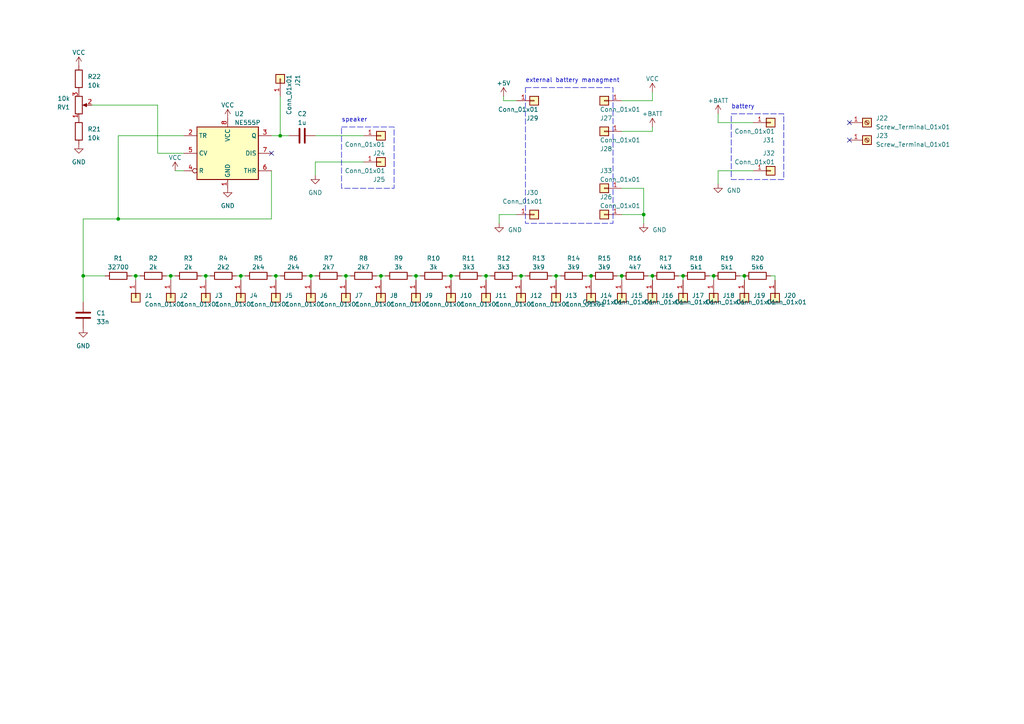
<source format=kicad_sch>
(kicad_sch (version 20230121) (generator eeschema)
  (paper "A4")
  (lib_symbols
    (symbol "Connector:Screw_Terminal_01x01" (pin_names (offset 1.016) hide)
      (property "Reference" "J" (at 0 2.54 0))
      (property "Value" "Screw_Terminal_01x01" (at 0 -2.54 0))
      (symbol "Screw_Terminal_01x01_1_1"
        (rectangle (start -1.27 1.27) (end 1.27 -1.27) (stroke (width 0.254)) (fill (type background)))
        (polyline (pts (xy -0.5334 0.3302) (xy 0.3302 -0.508)) (stroke (width 0.1524)))
        (polyline (pts (xy -0.3556 0.508) (xy 0.508 -0.3302)) (stroke (width 0.1524)))
        (circle (center 0 0) (radius 0.635) (stroke (width 0.1524)))
        (pin passive line (at -5.08 0 0) (length 3.81) (name "Pin_1") (number "1"))
      )
    )
    (symbol "Connector_Generic:Conn_01x01" (pin_names (offset 1.016) hide)
      (property "Reference" "J" (at 0 2.54 0))
      (property "Value" "Conn_01x01" (at 0 -2.54 0))
      (symbol "Conn_01x01_1_1"
        (rectangle (start -1.27 0.127) (end 0 -0.127) (stroke (width 0.1524)))
        (rectangle (start -1.27 1.27) (end 1.27 -1.27) (stroke (width 0.254)) (fill (type background)))
        (pin passive line (at -5.08 0 0) (length 3.81) (name "Pin_1") (number "1"))
      )
    )
    (symbol "Device:C" (pin_numbers hide) (pin_names (offset 0.254))
      (property "Reference" "C" (at 0.635 2.54 0))
      (property "Value" "C" (at 0.635 -2.54 0))
      (symbol "C_0_1"
        (polyline (pts (xy -2.032 -0.762) (xy 2.032 -0.762)) (stroke (width 0.508)))
        (polyline (pts (xy -2.032 0.762) (xy 2.032 0.762)) (stroke (width 0.508)))
      )
      (symbol "C_1_1"
        (pin passive line (at 0 3.81 270) (length 2.794) (name "~") (number "1"))
        (pin passive line (at 0 -3.81 90) (length 2.794) (name "~") (number "2"))
      )
    )
    (symbol "Device:R" (pin_numbers hide) (pin_names (offset 0))
      (property "Reference" "R" (at 2.032 0 90))
      (property "Value" "R" (at 0 0 90))
      (symbol "R_0_1"
        (rectangle (start -1.016 -2.54) (end 1.016 2.54) (stroke (width 0.254)))
      )
      (symbol "R_1_1"
        (pin passive line (at 0 3.81 270) (length 1.27) (name "~") (number "1"))
        (pin passive line (at 0 -3.81 90) (length 1.27) (name "~") (number "2"))
      )
    )
    (symbol "Device:R_Potentiometer" (pin_names (offset 1.016) hide)
      (property "Reference" "RV" (at -4.445 0 90))
      (property "Value" "R_Potentiometer" (at -2.54 0 90))
      (symbol "R_Potentiometer_0_1"
        (polyline (pts (xy 2.54 0) (xy 1.524 0)))
        (polyline (pts (xy 1.143 0) (xy 2.286 0.508) (xy 2.286 -0.508) (xy 1.143 0)) (fill (type outline)))
        (rectangle (start 1.016 2.54) (end -1.016 -2.54) (stroke (width 0.254)))
      )
      (symbol "R_Potentiometer_1_1"
        (pin passive line (at 0 3.81 270) (length 1.27) (name "1") (number "1"))
        (pin passive line (at 3.81 0 180) (length 1.27) (name "2") (number "2"))
        (pin passive line (at 0 -3.81 90) (length 1.27) (name "3") (number "3"))
      )
    )
    (symbol "Timer:NE555P"
      (property "Reference" "U" (at -10.16 8.89 0))
      (property "Value" "NE555P" (at 2.54 8.89 0))
      (symbol "NE555P_0_0"
        (pin power_in line (at 0 -10.16 90) (length 2.54) (name "GND") (number "1"))
        (pin power_in line (at 0 10.16 270) (length 2.54) (name "VCC") (number "8"))
      )
      (symbol "NE555P_0_1"
        (rectangle (start -8.89 -7.62) (end 8.89 7.62) (stroke (width 0.254)) (fill (type background)))
        (rectangle (start -8.89 -7.62) (end 8.89 7.62) (stroke (width 0.254)) (fill (type background)))
      )
      (symbol "NE555P_1_1"
        (pin input line (at -12.7 5.08 0) (length 3.81) (name "TR") (number "2"))
        (pin output line (at 12.7 5.08 180) (length 3.81) (name "Q") (number "3"))
        (pin input inverted (at -12.7 -5.08 0) (length 3.81) (name "R") (number "4"))
        (pin input line (at -12.7 0 0) (length 3.81) (name "CV") (number "5"))
        (pin input line (at 12.7 -5.08 180) (length 3.81) (name "THR") (number "6"))
        (pin input line (at 12.7 0 180) (length 3.81) (name "DIS") (number "7"))
      )
    )
    (symbol "power:+5V" (power) (pin_names (offset 0))
      (property "Value" "+5V" (at 0 3.556 0))
      (symbol "+5V_0_1"
        (polyline (pts (xy -0.762 1.27) (xy 0 2.54)))
        (polyline (pts (xy 0 0) (xy 0 2.54)))
        (polyline (pts (xy 0 2.54) (xy 0.762 1.27)))
      )
      (symbol "+5V_1_1"
        (pin power_in line (at 0 0 90) (length 0) hide (name "+5V") (number "1"))
      )
    )
    (symbol "power:+BATT" (power) (pin_names (offset 0))
      (property "Value" "+BATT" (at 0 3.556 0))
      (symbol "+BATT_0_1"
        (polyline (pts (xy -0.762 1.27) (xy 0 2.54)))
        (polyline (pts (xy 0 0) (xy 0 2.54)))
        (polyline (pts (xy 0 2.54) (xy 0.762 1.27)))
      )
      (symbol "+BATT_1_1"
        (pin power_in line (at 0 0 90) (length 0) hide (name "+BATT") (number "1"))
      )
    )
    (symbol "power:GND" (power) (pin_names (offset 0))
      (property "Value" "GND" (at 0 -3.81 0))
      (symbol "GND_0_1"
        (polyline (pts (xy 0 0) (xy 0 -1.27) (xy 1.27 -1.27) (xy 0 -2.54) (xy -1.27 -1.27) (xy 0 -1.27)))
      )
      (symbol "GND_1_1"
        (pin power_in line (at 0 0 270) (length 0) hide (name "GND") (number "1"))
      )
    )
    (symbol "power:VCC" (power) (pin_names (offset 0))
      (property "Value" "VCC" (at 0 3.81 0))
      (symbol "VCC_0_1"
        (polyline (pts (xy -0.762 1.27) (xy 0 2.54)))
        (polyline (pts (xy 0 0) (xy 0 2.54)))
        (polyline (pts (xy 0 2.54) (xy 0.762 1.27)))
      )
      (symbol "VCC_1_1"
        (pin power_in line (at 0 0 90) (length 0) hide (name "VCC") (number "1"))
      )
    )
  )
  (junction (at 80.01 80.01))
  (junction (at 49.53 80.01))
  (junction (at 39.37 80.01))
  (junction (at 180.34 80.01))
  (junction (at 59.69 80.01))
  (junction (at 130.81 80.01))
  (junction (at 151.13 80.01))
  (junction (at 161.29 80.01))
  (junction (at 207.01 80.01))
  (junction (at 100.33 80.01))
  (junction (at 34.29 63.5))
  (junction (at 90.17 80.01))
  (junction (at 215.9 80.01))
  (junction (at 120.65 80.01))
  (junction (at 171.45 80.01))
  (junction (at 81.28 39.37))
  (junction (at 189.23 80.01))
  (junction (at 140.97 80.01))
  (junction (at 186.69 62.23))
  (junction (at 198.12 80.01))
  (junction (at 69.85 80.01))
  (junction (at 110.49 80.01))
  (junction (at 24.13 80.01))
  (no_connect (at 78.74 44.45))
  (no_connect (at 246.38 40.64))
  (no_connect (at 246.38 35.56))
  (wire (pts (xy 80.01 80.01) (xy 80.01 81.28)))
  (wire (pts (xy 149.86 80.01) (xy 151.13 80.01)))
  (wire (pts (xy 208.28 35.56) (xy 218.44 35.56)))
  (wire (pts (xy 130.81 80.01) (xy 132.08 80.01)))
  (wire (pts (xy 91.44 39.37) (xy 105.41 39.37)))
  (wire (pts (xy 78.74 39.37) (xy 81.28 39.37)))
  (wire (pts (xy 144.78 64.77) (xy 144.78 62.23)))
  (wire (pts (xy 144.78 62.23) (xy 149.86 62.23)))
  (wire (pts (xy 160.02 80.01) (xy 161.29 80.01)))
  (wire (pts (xy 215.9 80.01) (xy 215.9 81.28)))
  (wire (pts (xy 189.23 80.01) (xy 189.23 81.28)))
  (wire (pts (xy 81.28 27.94) (xy 81.28 39.37)))
  (wire (pts (xy 146.05 27.94) (xy 146.05 29.21)))
  (wire (pts (xy 80.01 80.01) (xy 81.28 80.01)))
  (wire (pts (xy 130.81 80.01) (xy 130.81 81.28)))
  (wire (pts (xy 198.12 80.01) (xy 198.12 81.28)))
  (wire (pts (xy 140.97 80.01) (xy 142.24 80.01)))
  (wire (pts (xy 34.29 63.5) (xy 78.74 63.5)))
  (wire (pts (xy 119.38 80.01) (xy 120.65 80.01)))
  (wire (pts (xy 208.28 53.34) (xy 208.28 49.53)))
  (wire (pts (xy 90.17 80.01) (xy 91.44 80.01)))
  (wire (pts (xy 151.13 80.01) (xy 151.13 81.28)))
  (wire (pts (xy 170.18 80.01) (xy 171.45 80.01)))
  (wire (pts (xy 196.85 80.01) (xy 198.12 80.01)))
  (wire (pts (xy 223.52 80.01) (xy 224.79 80.01)))
  (wire (pts (xy 129.54 80.01) (xy 130.81 80.01)))
  (wire (pts (xy 120.65 80.01) (xy 120.65 81.28)))
  (wire (pts (xy 208.28 33.02) (xy 208.28 35.56)))
  (wire (pts (xy 34.29 63.5) (xy 24.13 63.5)))
  (wire (pts (xy 38.1 80.01) (xy 39.37 80.01)))
  (wire (pts (xy 88.9 80.01) (xy 90.17 80.01)))
  (wire (pts (xy 58.42 80.01) (xy 59.69 80.01)))
  (wire (pts (xy 59.69 80.01) (xy 59.69 81.28)))
  (wire (pts (xy 49.53 80.01) (xy 49.53 81.28)))
  (wire (pts (xy 120.65 80.01) (xy 121.92 80.01)))
  (wire (pts (xy 187.96 80.01) (xy 189.23 80.01)))
  (wire (pts (xy 24.13 80.01) (xy 24.13 63.5)))
  (wire (pts (xy 171.45 80.01) (xy 171.45 81.28)))
  (wire (pts (xy 180.34 38.1) (xy 189.23 38.1)))
  (wire (pts (xy 91.44 46.99) (xy 105.41 46.99)))
  (wire (pts (xy 180.34 54.61) (xy 186.69 54.61)))
  (wire (pts (xy 189.23 29.21) (xy 189.23 26.67)))
  (wire (pts (xy 109.22 80.01) (xy 110.49 80.01)))
  (wire (pts (xy 34.29 39.37) (xy 53.34 39.37)))
  (wire (pts (xy 24.13 80.01) (xy 24.13 87.63)))
  (wire (pts (xy 34.29 39.37) (xy 34.29 63.5)))
  (wire (pts (xy 100.33 80.01) (xy 101.6 80.01)))
  (wire (pts (xy 81.28 39.37) (xy 83.82 39.37)))
  (wire (pts (xy 39.37 80.01) (xy 40.64 80.01)))
  (wire (pts (xy 110.49 80.01) (xy 110.49 81.28)))
  (wire (pts (xy 146.05 29.21) (xy 149.86 29.21)))
  (wire (pts (xy 186.69 62.23) (xy 186.69 64.77)))
  (wire (pts (xy 30.48 80.01) (xy 24.13 80.01)))
  (wire (pts (xy 208.28 49.53) (xy 218.44 49.53)))
  (wire (pts (xy 224.79 80.01) (xy 224.79 81.28)))
  (wire (pts (xy 45.72 44.45) (xy 53.34 44.45)))
  (wire (pts (xy 68.58 80.01) (xy 69.85 80.01)))
  (wire (pts (xy 189.23 38.1) (xy 189.23 36.83)))
  (wire (pts (xy 100.33 80.01) (xy 100.33 81.28)))
  (wire (pts (xy 50.8 49.53) (xy 53.34 49.53)))
  (wire (pts (xy 205.74 80.01) (xy 207.01 80.01)))
  (wire (pts (xy 59.69 80.01) (xy 60.96 80.01)))
  (wire (pts (xy 78.74 80.01) (xy 80.01 80.01)))
  (wire (pts (xy 180.34 62.23) (xy 186.69 62.23)))
  (wire (pts (xy 140.97 80.01) (xy 140.97 81.28)))
  (wire (pts (xy 78.74 49.53) (xy 78.74 63.5)))
  (wire (pts (xy 161.29 80.01) (xy 162.56 80.01)))
  (wire (pts (xy 180.34 29.21) (xy 189.23 29.21)))
  (wire (pts (xy 186.69 54.61) (xy 186.69 62.23)))
  (wire (pts (xy 139.7 80.01) (xy 140.97 80.01)))
  (wire (pts (xy 48.26 80.01) (xy 49.53 80.01)))
  (wire (pts (xy 110.49 80.01) (xy 111.76 80.01)))
  (wire (pts (xy 26.67 30.48) (xy 45.72 30.48)))
  (wire (pts (xy 214.63 80.01) (xy 215.9 80.01)))
  (wire (pts (xy 179.07 80.01) (xy 180.34 80.01)))
  (wire (pts (xy 91.44 46.99) (xy 91.44 50.8)))
  (wire (pts (xy 151.13 80.01) (xy 152.4 80.01)))
  (wire (pts (xy 99.06 80.01) (xy 100.33 80.01)))
  (wire (pts (xy 90.17 80.01) (xy 90.17 81.28)))
  (wire (pts (xy 161.29 80.01) (xy 161.29 81.28)))
  (wire (pts (xy 69.85 80.01) (xy 69.85 81.28)))
  (wire (pts (xy 39.37 80.01) (xy 39.37 81.28)))
  (wire (pts (xy 69.85 80.01) (xy 71.12 80.01)))
  (wire (pts (xy 180.34 80.01) (xy 180.34 81.28)))
  (wire (pts (xy 45.72 30.48) (xy 45.72 44.45)))
  (wire (pts (xy 49.53 80.01) (xy 50.8 80.01)))
  (wire (pts (xy 207.01 80.01) (xy 207.01 81.28)))
  (rectangle (start 212.09 33.02) (end 227.33 52.07) (stroke (width 0) (type dash)))
  (rectangle (start 152.4 25.4) (end 177.8 64.77) (stroke (width 0) (type dash)))
  (rectangle (start 99.06 36.83) (end 114.3 54.61) (stroke (width 0) (type dash)))
  (text "battery" (at 212.09 31.75 0) (effects (font (size 1.27 1.27)) (justify left bottom)))
  (text "speaker" (at 99.06 35.56 0) (effects (font (size 1.27 1.27)) (justify left bottom)))
  (text "external battery managment" (at 152.4 24.13 0) (effects (font (size 1.27 1.27)) (justify left bottom)))
  (symbol (lib_id "Connector_Generic:Conn_01x01") (at 224.79 86.36 270) (unit 1)
    (property "Reference" "J20" (at 227.33 85.725 90) (effects (justify left)))
    (property "Value" "Conn_01x01" (at 222.25 87.63 90) (effects (justify left)))
    (property "Footprint" "TestPoint:TestPoint_Pad_D1.0mm" (effects hide))
  )
  (symbol (lib_id "Connector_Generic:Conn_01x01") (at 140.97 86.36 270) (unit 1)
    (property "Reference" "J11" (at 143.51 85.725 90) (effects (justify left)))
    (property "Value" "Conn_01x01" (at 143.51 88.265 90) (effects (justify left)))
    (property "Footprint" "TestPoint:TestPoint_Pad_D1.0mm" (effects hide))
  )
  (symbol (lib_id "power:VCC") (at 66.04 34.29 0) (unit 1)
    (property "Reference" "#PWR05" (effects hide))
    (property "Value" "VCC" (at 66.04 30.48 0))
  )
  (symbol (lib_id "Connector_Generic:Conn_01x01") (at 90.17 86.36 270) (unit 1)
    (property "Reference" "J6" (at 92.71 85.725 90) (effects (justify left)))
    (property "Value" "Conn_01x01" (at 92.71 88.265 90) (effects (justify left)))
    (property "Footprint" "TestPoint:TestPoint_Pad_D1.0mm" (effects hide))
  )
  (symbol (lib_id "Timer:NE555P") (at 66.04 44.45 0) (unit 1)
    (property "Reference" "U2" (at 67.9959 33.02 0) (effects (justify left)))
    (property "Value" "NE555P" (at 67.9959 35.56 0) (effects (justify left)))
    (property "Footprint" "Package_DIP:DIP-8_W7.62mm" (effects hide))
    (property "Datasheet" "http://www.ti.com/lit/ds/symlink/ne555.pdf" (effects hide))
  )
  (symbol (lib_id "Device:R") (at 201.93 80.01 90) (unit 1)
    (property "Reference" "R18" (at 201.93 74.93 90))
    (property "Value" "5k1" (at 201.93 77.47 90))
    (property "Footprint" "Resistor_THT:R_Axial_DIN0207_L6.3mm_D2.5mm_P10.16mm_Horizontal" (effects hide))
  )
  (symbol (lib_id "Device:R") (at 22.86 38.1 180) (unit 1)
    (property "Reference" "R21" (at 25.4 37.465 0) (effects (justify right)))
    (property "Value" "10k" (at 25.4 40.005 0) (effects (justify right)))
    (property "Footprint" "Resistor_THT:R_Axial_DIN0207_L6.3mm_D2.5mm_P10.16mm_Horizontal" (effects hide))
  )
  (symbol (lib_id "Connector_Generic:Conn_01x01") (at 59.69 86.36 270) (unit 1)
    (property "Reference" "J3" (at 62.23 85.725 90) (effects (justify left)))
    (property "Value" "Conn_01x01" (at 62.23 88.265 90) (effects (justify left)))
    (property "Footprint" "TestPoint:TestPoint_Pad_D1.0mm" (effects hide))
  )
  (symbol (lib_id "Device:R") (at 64.77 80.01 90) (unit 1)
    (property "Reference" "R4" (at 64.77 74.93 90))
    (property "Value" "2k2" (at 64.77 77.47 90))
    (property "Footprint" "Resistor_THT:R_Axial_DIN0207_L6.3mm_D2.5mm_P10.16mm_Horizontal" (effects hide))
  )
  (symbol (lib_id "Connector_Generic:Conn_01x01") (at 39.37 86.36 270) (unit 1)
    (property "Reference" "J1" (at 41.91 85.725 90) (effects (justify left)))
    (property "Value" "Conn_01x01" (at 41.91 88.265 90) (effects (justify left)))
    (property "Footprint" "TestPoint:TestPoint_Pad_D1.0mm" (effects hide))
  )
  (symbol (lib_id "power:+BATT") (at 208.28 33.02 0) (mirror y) (unit 1)
    (property "Reference" "#PWR014" (effects hide))
    (property "Value" "+BATT" (at 208.28 29.21 0))
  )
  (symbol (lib_id "Device:R") (at 166.37 80.01 90) (unit 1)
    (property "Reference" "R14" (at 166.37 74.93 90))
    (property "Value" "3k9" (at 166.37 77.47 90))
    (property "Footprint" "Resistor_THT:R_Axial_DIN0207_L6.3mm_D2.5mm_P10.16mm_Horizontal" (effects hide))
  )
  (symbol (lib_id "Device:R") (at 74.93 80.01 90) (unit 1)
    (property "Reference" "R5" (at 74.93 74.93 90))
    (property "Value" "2k4" (at 74.93 77.47 90))
    (property "Footprint" "Resistor_THT:R_Axial_DIN0207_L6.3mm_D2.5mm_P10.16mm_Horizontal" (effects hide))
  )
  (symbol (lib_id "power:GND") (at 144.78 64.77 0) (unit 1)
    (property "Reference" "#PWR013" (effects hide))
    (property "Value" "GND" (at 147.32 66.675 0) (effects (justify left)))
  )
  (symbol (lib_id "Device:R") (at 146.05 80.01 90) (unit 1)
    (property "Reference" "R12" (at 146.05 74.93 90))
    (property "Value" "3k3" (at 146.05 77.47 90))
    (property "Footprint" "Resistor_THT:R_Axial_DIN0207_L6.3mm_D2.5mm_P10.16mm_Horizontal" (effects hide))
  )
  (symbol (lib_id "power:GND") (at 91.44 50.8 0) (unit 1)
    (property "Reference" "#PWR04" (effects hide))
    (property "Value" "GND" (at 91.44 55.88 0))
  )
  (symbol (lib_id "Device:R") (at 105.41 80.01 90) (unit 1)
    (property "Reference" "R8" (at 105.41 74.93 90))
    (property "Value" "2k7" (at 105.41 77.47 90))
    (property "Footprint" "Resistor_THT:R_Axial_DIN0207_L6.3mm_D2.5mm_P10.16mm_Horizontal" (effects hide))
  )
  (symbol (lib_id "power:VCC") (at 189.23 26.67 0) (unit 1)
    (property "Reference" "#PWR09" (effects hide))
    (property "Value" "VCC" (at 189.23 22.86 0))
  )
  (symbol (lib_id "Connector_Generic:Conn_01x01") (at 81.28 22.86 90) (unit 1)
    (property "Reference" "J21" (at 86.36 21.59 0) (effects (justify right)))
    (property "Value" "Conn_01x01" (at 83.82 21.59 0) (effects (justify right)))
    (property "Footprint" "TestPoint:TestPoint_Pad_D1.0mm" (effects hide))
  )
  (symbol (lib_id "Device:R") (at 210.82 80.01 90) (unit 1)
    (property "Reference" "R19" (at 210.82 74.93 90))
    (property "Value" "5k1" (at 210.82 77.47 90))
    (property "Footprint" "Resistor_THT:R_Axial_DIN0207_L6.3mm_D2.5mm_P10.16mm_Horizontal" (effects hide))
  )
  (symbol (lib_id "Device:R") (at 184.15 80.01 90) (unit 1)
    (property "Reference" "R16" (at 184.15 74.93 90))
    (property "Value" "4k7" (at 184.15 77.47 90))
    (property "Footprint" "Resistor_THT:R_Axial_DIN0207_L6.3mm_D2.5mm_P10.16mm_Horizontal" (effects hide))
  )
  (symbol (lib_id "Device:C") (at 24.13 91.44 0) (unit 1)
    (property "Reference" "C1" (at 27.94 90.805 0) (effects (justify left)))
    (property "Value" "33n" (at 27.94 93.345 0) (effects (justify left)))
    (property "Footprint" "Capacitor_THT:C_Rect_L9.0mm_W2.5mm_P7.50mm_MKT" (effects hide))
  )
  (symbol (lib_id "power:GND") (at 208.28 53.34 0) (unit 1)
    (property "Reference" "#PWR015" (effects hide))
    (property "Value" "GND" (at 210.82 55.245 0) (effects (justify left)))
  )
  (symbol (lib_id "Connector_Generic:Conn_01x01") (at 223.52 49.53 0) (mirror x) (unit 1)
    (property "Reference" "J32" (at 224.79 44.45 0) (effects (justify right)))
    (property "Value" "Conn_01x01" (at 224.79 46.99 0) (effects (justify right)))
    (property "Footprint" "TestPoint:TestPoint_THTPad_2.5x2.5mm_Drill1.2mm" (effects hide))
  )
  (symbol (lib_id "Connector_Generic:Conn_01x01") (at 151.13 86.36 270) (unit 1)
    (property "Reference" "J12" (at 153.67 85.725 90) (effects (justify left)))
    (property "Value" "Conn_01x01" (at 153.67 88.265 90) (effects (justify left)))
    (property "Footprint" "TestPoint:TestPoint_Pad_D1.0mm" (effects hide))
  )
  (symbol (lib_id "Connector_Generic:Conn_01x01") (at 100.33 86.36 270) (unit 1)
    (property "Reference" "J7" (at 102.87 85.725 90) (effects (justify left)))
    (property "Value" "Conn_01x01" (at 102.87 88.265 90) (effects (justify left)))
    (property "Footprint" "TestPoint:TestPoint_Pad_D1.0mm" (effects hide))
  )
  (symbol (lib_id "power:+BATT") (at 189.23 36.83 0) (unit 1)
    (property "Reference" "#PWR011" (effects hide))
    (property "Value" "+BATT" (at 189.23 33.02 0))
  )
  (symbol (lib_id "Connector_Generic:Conn_01x01") (at 171.45 86.36 270) (unit 1)
    (property "Reference" "J14" (at 173.99 85.725 90) (effects (justify left)))
    (property "Value" "Conn_01x01" (at 168.91 87.63 90) (effects (justify left)))
    (property "Footprint" "TestPoint:TestPoint_Pad_D1.0mm" (effects hide))
  )
  (symbol (lib_id "Device:R") (at 175.26 80.01 90) (unit 1)
    (property "Reference" "R15" (at 175.26 74.93 90))
    (property "Value" "3k9" (at 175.26 77.47 90))
    (property "Footprint" "Resistor_THT:R_Axial_DIN0207_L6.3mm_D2.5mm_P10.16mm_Horizontal" (effects hide))
  )
  (symbol (lib_id "Connector_Generic:Conn_01x01") (at 110.49 86.36 270) (unit 1)
    (property "Reference" "J8" (at 113.03 85.725 90) (effects (justify left)))
    (property "Value" "Conn_01x01" (at 113.03 88.265 90) (effects (justify left)))
    (property "Footprint" "TestPoint:TestPoint_Pad_D1.0mm" (effects hide))
  )
  (symbol (lib_id "Device:R") (at 156.21 80.01 90) (unit 1)
    (property "Reference" "R13" (at 156.21 74.93 90))
    (property "Value" "3k9" (at 156.21 77.47 90))
    (property "Footprint" "Resistor_THT:R_Axial_DIN0207_L6.3mm_D2.5mm_P10.16mm_Horizontal" (effects hide))
  )
  (symbol (lib_id "Connector_Generic:Conn_01x01") (at 175.26 54.61 180) (unit 1)
    (property "Reference" "J33" (at 173.99 49.53 0) (effects (justify right)))
    (property "Value" "Conn_01x01" (at 173.99 52.07 0) (effects (justify right)))
    (property "Footprint" "TestPoint:TestPoint_THTPad_2.5x2.5mm_Drill1.2mm" (effects hide))
  )
  (symbol (lib_id "Connector_Generic:Conn_01x01") (at 175.26 29.21 180) (unit 1)
    (property "Reference" "J27" (at 173.99 34.29 0) (effects (justify right)))
    (property "Value" "Conn_01x01" (at 173.99 31.75 0) (effects (justify right)))
    (property "Footprint" "TestPoint:TestPoint_THTPad_2.5x2.5mm_Drill1.2mm" (effects hide))
  )
  (symbol (lib_id "Connector_Generic:Conn_01x01") (at 161.29 86.36 270) (unit 1)
    (property "Reference" "J13" (at 163.83 85.725 90) (effects (justify left)))
    (property "Value" "Conn_01x01" (at 163.83 88.265 90) (effects (justify left)))
    (property "Footprint" "TestPoint:TestPoint_Pad_D1.0mm" (effects hide))
  )
  (symbol (lib_id "Connector_Generic:Conn_01x01") (at 130.81 86.36 270) (unit 1)
    (property "Reference" "J10" (at 133.35 85.725 90) (effects (justify left)))
    (property "Value" "Conn_01x01" (at 133.35 88.265 90) (effects (justify left)))
    (property "Footprint" "TestPoint:TestPoint_Pad_D1.0mm" (effects hide))
  )
  (symbol (lib_id "Device:R") (at 85.09 80.01 90) (unit 1)
    (property "Reference" "R6" (at 85.09 74.93 90))
    (property "Value" "2k4" (at 85.09 77.47 90))
    (property "Footprint" "Resistor_THT:R_Axial_DIN0207_L6.3mm_D2.5mm_P10.16mm_Horizontal" (effects hide))
  )
  (symbol (lib_id "Connector_Generic:Conn_01x01") (at 180.34 86.36 270) (unit 1)
    (property "Reference" "J15" (at 182.88 85.725 90) (effects (justify left)))
    (property "Value" "Conn_01x01" (at 177.8 87.63 90) (effects (justify left)))
    (property "Footprint" "TestPoint:TestPoint_Pad_D1.0mm" (effects hide))
  )
  (symbol (lib_id "Device:R") (at 95.25 80.01 90) (unit 1)
    (property "Reference" "R7" (at 95.25 74.93 90))
    (property "Value" "2k7" (at 95.25 77.47 90))
    (property "Footprint" "Resistor_THT:R_Axial_DIN0207_L6.3mm_D2.5mm_P10.16mm_Horizontal" (effects hide))
  )
  (symbol (lib_id "power:+5V") (at 146.05 27.94 0) (unit 1)
    (property "Reference" "#PWR012" (effects hide))
    (property "Value" "+5V" (at 146.05 24.13 0))
  )
  (symbol (lib_id "Connector:Screw_Terminal_01x01") (at 251.46 35.56 0) (unit 1)
    (property "Reference" "J22" (at 254 34.29 0) (effects (justify left)))
    (property "Value" "Screw_Terminal_01x01" (at 254 36.83 0) (effects (justify left)))
    (property "Footprint" "MountingHole:MountingHole_4.3mm_M4_ISO14580_Pad" (effects hide))
  )
  (symbol (lib_id "Device:R") (at 219.71 80.01 90) (unit 1)
    (property "Reference" "R20" (at 219.71 74.93 90))
    (property "Value" "5k6" (at 219.71 77.47 90))
    (property "Footprint" "Resistor_THT:R_Axial_DIN0207_L6.3mm_D2.5mm_P10.16mm_Horizontal" (effects hide))
  )
  (symbol (lib_id "power:GND") (at 24.13 95.25 0) (unit 1)
    (property "Reference" "#PWR03" (effects hide))
    (property "Value" "GND" (at 24.13 100.33 0))
  )
  (symbol (lib_id "Connector_Generic:Conn_01x01") (at 215.9 86.36 270) (unit 1)
    (property "Reference" "J19" (at 218.44 85.725 90) (effects (justify left)))
    (property "Value" "Conn_01x01" (at 213.36 87.63 90) (effects (justify left)))
    (property "Footprint" "TestPoint:TestPoint_Pad_D1.0mm" (effects hide))
  )
  (symbol (lib_id "Connector_Generic:Conn_01x01") (at 154.94 29.21 0) (unit 1)
    (property "Reference" "J29" (at 156.21 34.29 0) (effects (justify right)))
    (property "Value" "Conn_01x01" (at 156.21 31.75 0) (effects (justify right)))
    (property "Footprint" "TestPoint:TestPoint_THTPad_2.5x2.5mm_Drill1.2mm" (effects hide))
  )
  (symbol (lib_id "Device:R") (at 115.57 80.01 90) (unit 1)
    (property "Reference" "R9" (at 115.57 74.93 90))
    (property "Value" "3k" (at 115.57 77.47 90))
    (property "Footprint" "Resistor_THT:R_Axial_DIN0207_L6.3mm_D2.5mm_P10.16mm_Horizontal" (effects hide))
  )
  (symbol (lib_id "Device:R_Potentiometer") (at 22.86 30.48 0) (mirror x) (unit 1)
    (property "Reference" "RV1" (at 20.32 31.115 0) (effects (justify right)))
    (property "Value" "10k" (at 20.32 28.575 0) (effects (justify right)))
    (property "Footprint" "Potentiometer_THT:Potentiometer_ACP_CA9-V10_Vertical" (effects hide))
  )
  (symbol (lib_id "power:GND") (at 66.04 54.61 0) (unit 1)
    (property "Reference" "#PWR01" (effects hide))
    (property "Value" "GND" (at 66.04 59.69 0))
  )
  (symbol (lib_id "Device:C") (at 87.63 39.37 90) (unit 1)
    (property "Reference" "C2" (at 87.63 33.02 90))
    (property "Value" "1u" (at 87.63 35.56 90))
    (property "Footprint" "Capacitor_THT:C_Rect_L9.0mm_W2.5mm_P7.50mm_MKT" (effects hide))
  )
  (symbol (lib_id "Device:R") (at 44.45 80.01 90) (unit 1)
    (property "Reference" "R2" (at 44.45 74.93 90))
    (property "Value" "2k" (at 44.45 77.47 90))
    (property "Footprint" "Resistor_THT:R_Axial_DIN0207_L6.3mm_D2.5mm_P10.16mm_Horizontal" (effects hide))
  )
  (symbol (lib_id "Device:R") (at 193.04 80.01 90) (unit 1)
    (property "Reference" "R17" (at 193.04 74.93 90))
    (property "Value" "4k3" (at 193.04 77.47 90))
    (property "Footprint" "Resistor_THT:R_Axial_DIN0207_L6.3mm_D2.5mm_P10.16mm_Horizontal" (effects hide))
  )
  (symbol (lib_id "Connector_Generic:Conn_01x01") (at 69.85 86.36 270) (unit 1)
    (property "Reference" "J4" (at 72.39 85.725 90) (effects (justify left)))
    (property "Value" "Conn_01x01" (at 72.39 88.265 90) (effects (justify left)))
    (property "Footprint" "TestPoint:TestPoint_Pad_D1.0mm" (effects hide))
  )
  (symbol (lib_id "Connector_Generic:Conn_01x01") (at 189.23 86.36 270) (unit 1)
    (property "Reference" "J16" (at 191.77 85.725 90) (effects (justify left)))
    (property "Value" "Conn_01x01" (at 186.69 87.63 90) (effects (justify left)))
    (property "Footprint" "TestPoint:TestPoint_Pad_D1.0mm" (effects hide))
  )
  (symbol (lib_id "Connector:Screw_Terminal_01x01") (at 251.46 40.64 0) (unit 1)
    (property "Reference" "J23" (at 254 39.37 0) (effects (justify left)))
    (property "Value" "Screw_Terminal_01x01" (at 254 41.91 0) (effects (justify left)))
    (property "Footprint" "MountingHole:MountingHole_4.3mm_M4_ISO14580_Pad" (effects hide))
  )
  (symbol (lib_id "power:GND") (at 186.69 64.77 0) (unit 1)
    (property "Reference" "#PWR08" (effects hide))
    (property "Value" "GND" (at 189.23 66.675 0) (effects (justify left)))
  )
  (symbol (lib_id "Connector_Generic:Conn_01x01") (at 110.49 39.37 0) (mirror x) (unit 1)
    (property "Reference" "J24" (at 111.76 44.45 0) (effects (justify right)))
    (property "Value" "Conn_01x01" (at 111.76 41.91 0) (effects (justify right)))
    (property "Footprint" "TestPoint:TestPoint_THTPad_2.5x2.5mm_Drill1.2mm" (effects hide))
  )
  (symbol (lib_id "Connector_Generic:Conn_01x01") (at 120.65 86.36 270) (unit 1)
    (property "Reference" "J9" (at 123.19 85.725 90) (effects (justify left)))
    (property "Value" "Conn_01x01" (at 123.19 88.265 90) (effects (justify left)))
    (property "Footprint" "TestPoint:TestPoint_Pad_D1.0mm" (effects hide))
  )
  (symbol (lib_id "Connector_Generic:Conn_01x01") (at 110.49 46.99 0) (unit 1)
    (property "Reference" "J25" (at 111.76 52.07 0) (effects (justify right)))
    (property "Value" "Conn_01x01" (at 111.76 49.53 0) (effects (justify right)))
    (property "Footprint" "TestPoint:TestPoint_THTPad_2.5x2.5mm_Drill1.2mm" (effects hide))
  )
  (symbol (lib_id "Connector_Generic:Conn_01x01") (at 223.52 35.56 0) (mirror x) (unit 1)
    (property "Reference" "J31" (at 224.79 40.64 0) (effects (justify right)))
    (property "Value" "Conn_01x01" (at 224.79 38.1 0) (effects (justify right)))
    (property "Footprint" "TestPoint:TestPoint_THTPad_2.5x2.5mm_Drill1.2mm" (effects hide))
  )
  (symbol (lib_id "Connector_Generic:Conn_01x01") (at 175.26 38.1 180) (unit 1)
    (property "Reference" "J28" (at 173.99 43.18 0) (effects (justify right)))
    (property "Value" "Conn_01x01" (at 173.99 40.64 0) (effects (justify right)))
    (property "Footprint" "TestPoint:TestPoint_THTPad_2.5x2.5mm_Drill1.2mm" (effects hide))
  )
  (symbol (lib_id "power:VCC") (at 50.8 49.53 0) (unit 1)
    (property "Reference" "#PWR02" (effects hide))
    (property "Value" "VCC" (at 50.8 45.72 0))
  )
  (symbol (lib_id "Connector_Generic:Conn_01x01") (at 80.01 86.36 270) (unit 1)
    (property "Reference" "J5" (at 82.55 85.725 90) (effects (justify left)))
    (property "Value" "Conn_01x01" (at 82.55 88.265 90) (effects (justify left)))
    (property "Footprint" "TestPoint:TestPoint_Pad_D1.0mm" (effects hide))
  )
  (symbol (lib_id "Connector_Generic:Conn_01x01") (at 49.53 86.36 270) (unit 1)
    (property "Reference" "J2" (at 52.07 85.725 90) (effects (justify left)))
    (property "Value" "Conn_01x01" (at 52.07 88.265 90) (effects (justify left)))
    (property "Footprint" "TestPoint:TestPoint_Pad_D1.0mm" (effects hide))
  )
  (symbol (lib_id "Device:R") (at 125.73 80.01 90) (unit 1)
    (property "Reference" "R10" (at 125.73 74.93 90))
    (property "Value" "3k" (at 125.73 77.47 90))
    (property "Footprint" "Resistor_THT:R_Axial_DIN0207_L6.3mm_D2.5mm_P10.16mm_Horizontal" (effects hide))
  )
  (symbol (lib_id "Device:R") (at 135.89 80.01 90) (unit 1)
    (property "Reference" "R11" (at 135.89 74.93 90))
    (property "Value" "3k3" (at 135.89 77.47 90))
    (property "Footprint" "Resistor_THT:R_Axial_DIN0207_L6.3mm_D2.5mm_P10.16mm_Horizontal" (effects hide))
  )
  (symbol (lib_id "power:GND") (at 22.86 41.91 0) (unit 1)
    (property "Reference" "#PWR07" (effects hide))
    (property "Value" "GND" (at 22.86 46.99 0))
  )
  (symbol (lib_id "Device:R") (at 34.29 80.01 90) (unit 1)
    (property "Reference" "R1" (at 34.29 74.93 90))
    (property "Value" "32700" (at 34.29 77.47 90))
    (property "Footprint" "Resistor_THT:R_Axial_DIN0207_L6.3mm_D2.5mm_P10.16mm_Horizontal" (effects hide))
  )
  (symbol (lib_id "Connector_Generic:Conn_01x01") (at 198.12 86.36 270) (unit 1)
    (property "Reference" "J17" (at 200.66 85.725 90) (effects (justify left)))
    (property "Value" "Conn_01x01" (at 195.58 87.63 90) (effects (justify left)))
    (property "Footprint" "TestPoint:TestPoint_Pad_D1.0mm" (effects hide))
  )
  (symbol (lib_id "Connector_Generic:Conn_01x01") (at 154.94 62.23 0) (unit 1)
    (property "Reference" "J30" (at 156.21 55.88 0) (effects (justify right)))
    (property "Value" "Conn_01x01" (at 157.48 58.42 0) (effects (justify right)))
    (property "Footprint" "TestPoint:TestPoint_THTPad_2.5x2.5mm_Drill1.2mm" (effects hide))
  )
  (symbol (lib_id "Device:R") (at 22.86 22.86 180) (unit 1)
    (property "Reference" "R22" (at 25.4 22.225 0) (effects (justify right)))
    (property "Value" "10k" (at 25.4 24.765 0) (effects (justify right)))
    (property "Footprint" "Resistor_THT:R_Axial_DIN0207_L6.3mm_D2.5mm_P10.16mm_Horizontal" (effects hide))
  )
  (symbol (lib_id "Connector_Generic:Conn_01x01") (at 207.01 86.36 270) (unit 1)
    (property "Reference" "J18" (at 209.55 85.725 90) (effects (justify left)))
    (property "Value" "Conn_01x01" (at 204.47 87.63 90) (effects (justify left)))
    (property "Footprint" "TestPoint:TestPoint_Pad_D1.0mm" (effects hide))
  )
  (symbol (lib_id "power:VCC") (at 22.86 19.05 0) (unit 1)
    (property "Reference" "#PWR06" (effects hide))
    (property "Value" "VCC" (at 22.86 15.24 0))
  )
  (symbol (lib_id "Device:R") (at 54.61 80.01 90) (unit 1)
    (property "Reference" "R3" (at 54.61 74.93 90))
    (property "Value" "2k" (at 54.61 77.47 90))
    (property "Footprint" "Resistor_THT:R_Axial_DIN0207_L6.3mm_D2.5mm_P10.16mm_Horizontal" (effects hide))
  )
  (symbol (lib_id "Connector_Generic:Conn_01x01") (at 175.26 62.23 180) (unit 1)
    (property "Reference" "J26" (at 173.99 57.15 0) (effects (justify right)))
    (property "Value" "Conn_01x01" (at 173.99 59.69 0) (effects (justify right)))
    (property "Footprint" "TestPoint:TestPoint_THTPad_2.5x2.5mm_Drill1.2mm" (effects hide))
  )
)
</source>
